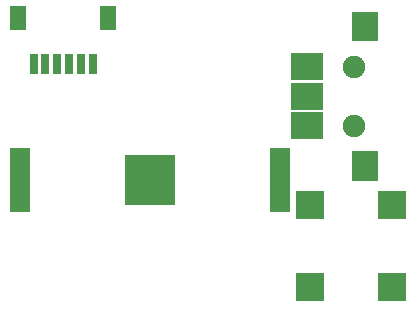
<source format=gbs>
G04 #@! TF.FileFunction,Soldermask,Bot*
%FSLAX46Y46*%
G04 Gerber Fmt 4.6, Leading zero omitted, Abs format (unit mm)*
G04 Created by KiCad (PCBNEW 4.0.7-e2-6376~58~ubuntu16.04.1) date Tue May  1 17:25:53 2018*
%MOMM*%
%LPD*%
G01*
G04 APERTURE LIST*
%ADD10C,0.100000*%
%ADD11R,4.360000X4.360000*%
%ADD12R,1.670000X5.480000*%
%ADD13R,0.797560X1.747520*%
%ADD14R,1.397000X1.998980*%
%ADD15C,1.900000*%
%ADD16R,2.400000X2.400000*%
G04 APERTURE END LIST*
D10*
D11*
X107652000Y-105382000D03*
D12*
X118637000Y-105382000D03*
X96667000Y-105382000D03*
D13*
X101784600Y-95572520D03*
X100783840Y-95572520D03*
X102785360Y-95572520D03*
D14*
X104083300Y-91699020D03*
X96486160Y-91699020D03*
D13*
X99783080Y-95572520D03*
X98784860Y-95572520D03*
X97784100Y-95572520D03*
D10*
G36*
X126924000Y-105420000D02*
X124724000Y-105420000D01*
X124724000Y-102920000D01*
X126924000Y-102920000D01*
X126924000Y-105420000D01*
X126924000Y-105420000D01*
G37*
D15*
X124924000Y-95770000D03*
D10*
G36*
X122274000Y-96920000D02*
X119574000Y-96920000D01*
X119574000Y-94620000D01*
X122274000Y-94620000D01*
X122274000Y-96920000D01*
X122274000Y-96920000D01*
G37*
G36*
X122274000Y-99420000D02*
X119574000Y-99420000D01*
X119574000Y-97120000D01*
X122274000Y-97120000D01*
X122274000Y-99420000D01*
X122274000Y-99420000D01*
G37*
D15*
X124924000Y-100770000D03*
D10*
G36*
X122274000Y-101920000D02*
X119574000Y-101920000D01*
X119574000Y-99620000D01*
X122274000Y-99620000D01*
X122274000Y-101920000D01*
X122274000Y-101920000D01*
G37*
G36*
X126924000Y-93620000D02*
X124724000Y-93620000D01*
X124724000Y-91120000D01*
X126924000Y-91120000D01*
X126924000Y-93620000D01*
X126924000Y-93620000D01*
G37*
D16*
X128170000Y-114470000D03*
X121170000Y-114470000D03*
X121170000Y-107470000D03*
X128170000Y-107470000D03*
M02*

</source>
